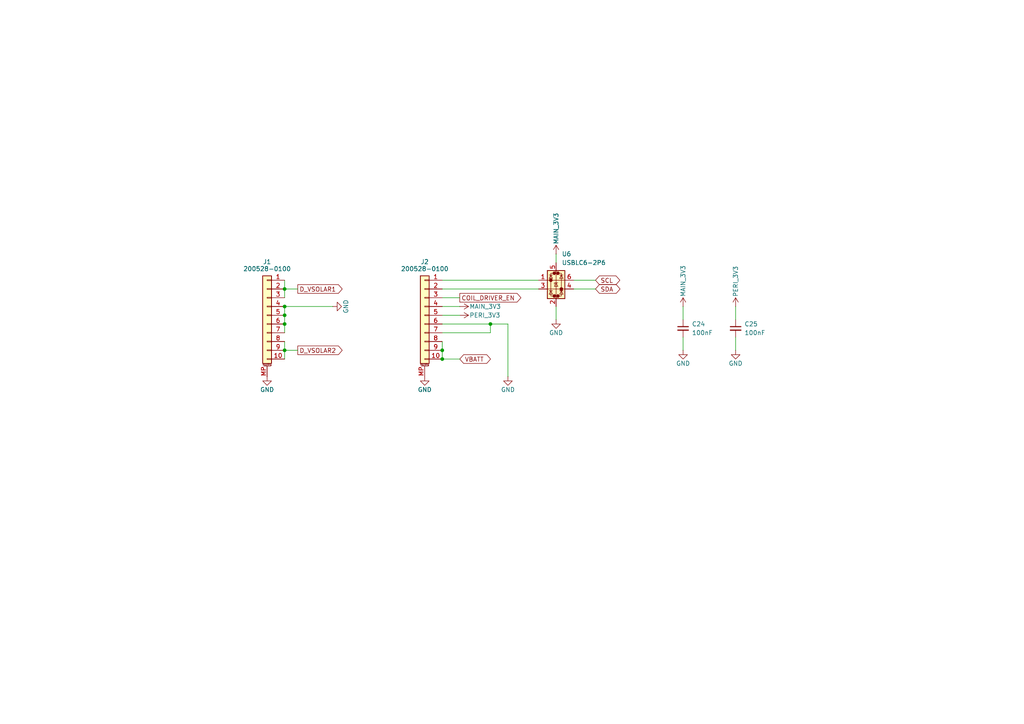
<source format=kicad_sch>
(kicad_sch (version 20231120) (generator "eeschema") (generator_version "8.0")
  (paper "A4")
  (lib_symbols
    (symbol "Connector_Generic_MountingPin:Conn_01x10_MountingPin" (pin_names (offset 1.016) hide)
      (property "Reference" "J" (at 0 12.7 0))
      (property "Value" "Conn_01x10_MountingPin" (at 1.27 -15.24 0))
      (symbol "Conn_01x10_MountingPin_1_1"
        (rectangle (start -1.27 -12.573) (end 0 -12.827) (stroke (width 0.1524)))
        (rectangle (start -1.27 -10.033) (end 0 -10.287) (stroke (width 0.1524)))
        (rectangle (start -1.27 -7.493) (end 0 -7.747) (stroke (width 0.1524)))
        (rectangle (start -1.27 -4.953) (end 0 -5.207) (stroke (width 0.1524)))
        (rectangle (start -1.27 -2.413) (end 0 -2.667) (stroke (width 0.1524)))
        (rectangle (start -1.27 0.127) (end 0 -0.127) (stroke (width 0.1524)))
        (rectangle (start -1.27 2.667) (end 0 2.413) (stroke (width 0.1524)))
        (rectangle (start -1.27 5.207) (end 0 4.953) (stroke (width 0.1524)))
        (rectangle (start -1.27 7.747) (end 0 7.493) (stroke (width 0.1524)))
        (rectangle (start -1.27 10.287) (end 0 10.033) (stroke (width 0.1524)))
        (rectangle (start -1.27 11.43) (end 1.27 -13.97) (stroke (width 0.254)) (fill (type background)))
        (polyline (pts (xy -1.016 -14.732) (xy 1.016 -14.732)) (stroke (width 0.1524)))
        (text "Mounting" (at 0 -14.351 0) (effects (font (size 0.381 0.381))))
        (pin passive line (at -5.08 10.16 0) (length 3.81) (name "Pin_1") (number "1"))
        (pin passive line (at -5.08 -12.7 0) (length 3.81) (name "Pin_10") (number "10"))
        (pin passive line (at -5.08 7.62 0) (length 3.81) (name "Pin_2") (number "2"))
        (pin passive line (at -5.08 5.08 0) (length 3.81) (name "Pin_3") (number "3"))
        (pin passive line (at -5.08 2.54 0) (length 3.81) (name "Pin_4") (number "4"))
        (pin passive line (at -5.08 0 0) (length 3.81) (name "Pin_5") (number "5"))
        (pin passive line (at -5.08 -2.54 0) (length 3.81) (name "Pin_6") (number "6"))
        (pin passive line (at -5.08 -5.08 0) (length 3.81) (name "Pin_7") (number "7"))
        (pin passive line (at -5.08 -7.62 0) (length 3.81) (name "Pin_8") (number "8"))
        (pin passive line (at -5.08 -10.16 0) (length 3.81) (name "Pin_9") (number "9"))
        (pin passive line (at 0 -17.78 90) (length 3.048) (name "MountPin") (number "MP"))
      )
    )
    (symbol "Device:C_Small" (pin_numbers hide) (pin_names (offset 0.254) hide)
      (property "Reference" "C" (at 0.254 1.778 0))
      (property "Value" "C_Small" (at 0.254 -2.032 0))
      (symbol "C_Small_0_1"
        (polyline (pts (xy -1.524 -0.508) (xy 1.524 -0.508)) (stroke (width 0.3302)))
        (polyline (pts (xy -1.524 0.508) (xy 1.524 0.508)) (stroke (width 0.3048)))
      )
      (symbol "C_Small_1_1"
        (pin passive line (at 0 2.54 270) (length 2.032) (name "~") (number "1"))
        (pin passive line (at 0 -2.54 90) (length 2.032) (name "~") (number "2"))
      )
    )
    (symbol "Power_Protection:USBLC6-2P6" (pin_names hide)
      (property "Reference" "U" (at 0.635 5.715 0))
      (property "Value" "USBLC6-2P6" (at 0.635 3.81 0))
      (symbol "USBLC6-2P6_0_0"
        (circle (center -1.524 0) (radius 0.0001) (stroke (width 0.508)))
        (circle (center -0.508 -4.572) (radius 0.0001) (stroke (width 0.508)))
        (circle (center -0.508 2.032) (radius 0.0001) (stroke (width 0.508)))
        (circle (center 0.508 -4.572) (radius 0.0001) (stroke (width 0.508)))
        (circle (center 0.508 2.032) (radius 0.0001) (stroke (width 0.508)))
        (circle (center 1.524 -2.54) (radius 0.0001) (stroke (width 0.508)))
      )
      (symbol "USBLC6-2P6_0_1"
        (polyline (pts (xy -2.54 -2.54) (xy 2.54 -2.54)))
        (polyline (pts (xy -2.54 0) (xy 2.54 0)))
        (polyline (pts (xy -2.032 -3.048) (xy -1.016 -3.048)))
        (polyline (pts (xy -1.016 1.524) (xy -2.032 1.524)))
        (polyline (pts (xy 1.016 -3.048) (xy 2.032 -3.048)))
        (polyline (pts (xy 1.016 1.524) (xy 2.032 1.524)))
        (polyline (pts (xy -0.508 -1.143) (xy -0.508 -0.762) (xy 0.508 -0.762)))
        (polyline (pts (xy -2.032 0.508) (xy -1.016 0.508) (xy -1.524 1.524) (xy -2.032 0.508)))
        (polyline (pts (xy -1.016 -4.064) (xy -2.032 -4.064) (xy -1.524 -3.048) (xy -1.016 -4.064)))
        (polyline (pts (xy 0.508 -1.778) (xy -0.508 -1.778) (xy 0 -0.762) (xy 0.508 -1.778)))
        (polyline (pts (xy 2.032 -4.064) (xy 1.016 -4.064) (xy 1.524 -3.048) (xy 2.032 -4.064)))
        (polyline (pts (xy 2.032 0.508) (xy 1.016 0.508) (xy 1.524 1.524) (xy 2.032 0.508)))
        (polyline (pts (xy 0 2.54) (xy -0.508 2.032) (xy 0.508 2.032) (xy 0 1.524) (xy 0 -4.064) (xy -0.508 -4.572) (xy 0.508 -4.572) (xy 0 -5.08)))
      )
      (symbol "USBLC6-2P6_1_1"
        (rectangle (start -2.54 2.794) (end 2.54 -5.334) (stroke (width 0.254)) (fill (type background)))
        (polyline (pts (xy -0.508 2.032) (xy -1.524 2.032) (xy -1.524 -4.572) (xy -0.508 -4.572)))
        (polyline (pts (xy 0.508 -4.572) (xy 1.524 -4.572) (xy 1.524 2.032) (xy 0.508 2.032)))
        (pin passive line (at -5.08 0 0) (length 2.54) (name "I/O1") (number "1"))
        (pin passive line (at 0 -7.62 90) (length 2.54) (name "GND") (number "2"))
        (pin passive line (at -5.08 -2.54 0) (length 2.54) (name "I/O2") (number "3"))
        (pin passive line (at 5.08 -2.54 180) (length 2.54) (name "I/O2") (number "4"))
        (pin passive line (at 0 5.08 270) (length 2.54) (name "VBUS") (number "5"))
        (pin passive line (at 5.08 0 180) (length 2.54) (name "I/O1") (number "6"))
      )
    )
    (symbol "power:+3.3V" (power) (pin_numbers hide) (pin_names (offset 0) hide)
      (property "Value" "+3.3V" (at 0 3.556 0))
      (symbol "+3.3V_0_1"
        (polyline (pts (xy -0.762 1.27) (xy 0 2.54)))
        (polyline (pts (xy 0 0) (xy 0 2.54)))
        (polyline (pts (xy 0 2.54) (xy 0.762 1.27)))
      )
      (symbol "+3.3V_1_1"
        (pin power_in line (at 0 0 90) (length 0) (name "~") (number "1"))
      )
    )
    (symbol "power:GND" (power) (pin_numbers hide) (pin_names (offset 0) hide)
      (property "Value" "GND" (at 0 -3.81 0))
      (symbol "GND_0_1"
        (polyline (pts (xy 0 0) (xy 0 -1.27) (xy 1.27 -1.27) (xy 0 -2.54) (xy -1.27 -1.27) (xy 0 -1.27)))
      )
      (symbol "GND_1_1"
        (pin power_in line (at 0 0 270) (length 0) (name "~") (number "1"))
      )
    )
  )
  (junction (at 142.24 93.98))
  (junction (at 82.55 88.9))
  (junction (at 82.55 83.82))
  (junction (at 128.27 104.14))
  (junction (at 82.55 93.98))
  (junction (at 82.55 91.44))
  (junction (at 128.27 101.6))
  (junction (at 82.55 101.6))
  (wire (pts (xy 128.27 104.14) (xy 133.35 104.14)))
  (wire (pts (xy 161.29 73.66) (xy 161.29 76.2)))
  (wire (pts (xy 142.24 96.52) (xy 142.24 93.98)))
  (wire (pts (xy 213.36 97.79) (xy 213.36 101.6)))
  (wire (pts (xy 198.12 97.79) (xy 198.12 101.6)))
  (wire (pts (xy 82.55 101.6) (xy 86.36 101.6)))
  (wire (pts (xy 82.55 93.98) (xy 82.55 96.52)))
  (wire (pts (xy 128.27 99.06) (xy 128.27 101.6)))
  (wire (pts (xy 128.27 101.6) (xy 128.27 104.14)))
  (wire (pts (xy 147.32 93.98) (xy 147.32 109.22)))
  (wire (pts (xy 128.27 93.98) (xy 142.24 93.98)))
  (wire (pts (xy 133.35 88.9) (xy 128.27 88.9)))
  (wire (pts (xy 166.37 81.28) (xy 172.72 81.28)))
  (wire (pts (xy 82.55 101.6) (xy 82.55 99.06)))
  (wire (pts (xy 128.27 83.82) (xy 156.21 83.82)))
  (wire (pts (xy 128.27 96.52) (xy 142.24 96.52)))
  (wire (pts (xy 128.27 81.28) (xy 156.21 81.28)))
  (wire (pts (xy 82.55 88.9) (xy 82.55 91.44)))
  (wire (pts (xy 161.29 88.9) (xy 161.29 92.71)))
  (wire (pts (xy 82.55 88.9) (xy 96.52 88.9)))
  (wire (pts (xy 128.27 86.36) (xy 133.35 86.36)))
  (wire (pts (xy 82.55 83.82) (xy 82.55 81.28)))
  (wire (pts (xy 142.24 93.98) (xy 147.32 93.98)))
  (wire (pts (xy 82.55 83.82) (xy 86.36 83.82)))
  (wire (pts (xy 166.37 83.82) (xy 172.72 83.82)))
  (wire (pts (xy 198.12 88.9) (xy 198.12 92.71)))
  (wire (pts (xy 82.55 91.44) (xy 82.55 93.98)))
  (wire (pts (xy 213.36 88.9) (xy 213.36 92.71)))
  (wire (pts (xy 128.27 91.44) (xy 133.35 91.44)))
  (wire (pts (xy 82.55 101.6) (xy 82.55 104.14)))
  (wire (pts (xy 82.55 83.82) (xy 82.55 86.36)))
  (global_label "D_VSOLAR2" (shape output) (at 86.36 101.6 0) (property "Intersheetrefs" "${INTERSHEET_REFS}" (effects (hide yes))))
  (global_label "COIL_DRIVER_EN" (shape output) (at 133.35 86.36 0) (property "Intersheetrefs" "${INTERSHEET_REFS}" (effects (hide yes))))
  (global_label "SDA" (shape bidirectional) (at 172.72 83.82 0) (property "Intersheetrefs" "${INTERSHEET_REFS}" (effects (hide yes))))
  (global_label "VBATT" (shape bidirectional) (at 133.35 104.14 0) (property "Intersheetrefs" "${INTERSHEET_REFS}" (effects (hide yes))))
  (global_label "D_VSOLAR1" (shape output) (at 86.36 83.82 0) (property "Intersheetrefs" "${INTERSHEET_REFS}" (effects (hide yes))))
  (global_label "SCL" (shape bidirectional) (at 172.72 81.28 0) (property "Intersheetrefs" "${INTERSHEET_REFS}" (effects (hide yes))))
  (symbol (lib_id "power:+3.3V") (at 133.35 88.9 270) (mirror x) (unit 1)
    (property "Reference" "#SUPPLY01" (effects (hide yes)))
    (property "Value" "MAIN_3V3" (at 136.144 88.9 90) (effects (justify left)))
    (property "Description" "Power symbol creates a global label with name \"+3.3V\"" (effects (hide yes)))
  )
  (symbol (lib_id "power:GND") (at 77.47 109.22 0) (unit 1)
    (property "Reference" "#PWR05" (effects (hide yes)))
    (property "Value" "GND" (at 77.47 113.03 0))
    (property "Description" "Power symbol creates a global label with name \"GND\" , ground" (effects (hide yes)))
  )
  (symbol (lib_id "power:GND") (at 123.19 109.22 0) (unit 1)
    (property "Reference" "#PWR011" (effects (hide yes)))
    (property "Value" "GND" (at 123.19 113.03 0))
    (property "Description" "Power symbol creates a global label with name \"GND\" , ground" (effects (hide yes)))
  )
  (symbol (lib_id "Connector_Generic_MountingPin:Conn_01x10_MountingPin") (at 123.19 91.44 0) (mirror y) (unit 1)
    (property "Reference" "J2" (at 123.19 75.946 0))
    (property "Value" "200528-0100" (at 123.19 77.978 0))
    (property "Footprint" "Connector_FFC-FPC:Molex_200528-0100_1x10-1MP_P1.00mm_Horizontal" (effects (hide yes)))
    (property "Description" "Generic connectable mounting pin connector, single row, 01x10, script generated (kicad-library-utils/schlib/autogen/connector/)" (effects (hide yes)))
  )
  (symbol (lib_id "Power_Protection:USBLC6-2P6") (at 161.29 81.28 0) (unit 1)
    (property "Reference" "U6" (at 162.9411 73.66 0) (effects (justify left)))
    (property "Value" "USBLC6-2P6" (at 162.9411 76.2 0) (effects (justify left)))
    (property "Footprint" "Package_TO_SOT_SMD:SOT-666" (effects (hide yes)))
    (property "Datasheet" "https://www.st.com/resource/en/datasheet/usblc6-2.pdf" (effects (hide yes)))
    (property "Description" "Very low capacitance ESD protection diode, 2 data-line, SOT-666" (effects (hide yes)))
  )
  (symbol (lib_id "power:+3.3V") (at 161.29 73.66 0) (mirror y) (unit 1)
    (property "Reference" "#SUPPLY03" (effects (hide yes)))
    (property "Value" "MAIN_3V3" (at 161.29 70.866 90) (effects (justify left)))
    (property "Description" "Power symbol creates a global label with name \"+3.3V\"" (effects (hide yes)))
  )
  (symbol (lib_id "Device:C_Small") (at 213.36 95.25 0) (unit 1)
    (property "Reference" "C25" (at 215.9 93.9862 0) (effects (justify left)))
    (property "Value" "100nF" (at 215.9 96.5262 0) (effects (justify left)))
    (property "Footprint" "Capacitor_SMD:C_0603_1608Metric" (effects (hide yes)))
    (property "Description" "Unpolarized capacitor, small symbol" (effects (hide yes)))
  )
  (symbol (lib_id "Device:C_Small") (at 198.12 95.25 0) (unit 1)
    (property "Reference" "C24" (at 200.66 93.9862 0) (effects (justify left)))
    (property "Value" "100nF" (at 200.66 96.5262 0) (effects (justify left)))
    (property "Footprint" "Capacitor_SMD:C_0603_1608Metric" (effects (hide yes)))
    (property "Description" "Unpolarized capacitor, small symbol" (effects (hide yes)))
  )
  (symbol (lib_id "power:GND") (at 161.29 92.71 0) (mirror y) (unit 1)
    (property "Reference" "#PWR019" (effects (hide yes)))
    (property "Value" "GND" (at 161.29 96.52 0))
    (property "Description" "Power symbol creates a global label with name \"GND\" , ground" (effects (hide yes)))
  )
  (symbol (lib_id "power:GND") (at 213.36 101.6 0) (mirror y) (unit 1)
    (property "Reference" "#PWR023" (effects (hide yes)))
    (property "Value" "GND" (at 213.36 105.41 0))
    (property "Description" "Power symbol creates a global label with name \"GND\" , ground" (effects (hide yes)))
  )
  (symbol (lib_id "power:+3.3V") (at 213.36 88.9 0) (mirror y) (unit 1)
    (property "Reference" "#SUPPLY05" (effects (hide yes)))
    (property "Value" "PERI_3V3" (at 213.36 86.106 90) (effects (justify left)))
    (property "Description" "Power symbol creates a global label with name \"+3.3V\"" (effects (hide yes)))
  )
  (symbol (lib_id "Connector_Generic_MountingPin:Conn_01x10_MountingPin") (at 77.47 91.44 0) (mirror y) (unit 1)
    (property "Reference" "J1" (at 77.47 75.946 0))
    (property "Value" "200528-0100" (at 77.47 77.978 0))
    (property "Footprint" "Connector_FFC-FPC:Molex_200528-0100_1x10-1MP_P1.00mm_Horizontal" (effects (hide yes)))
    (property "Description" "Generic connectable mounting pin connector, single row, 01x10, script generated (kicad-library-utils/schlib/autogen/connector/)" (effects (hide yes)))
  )
  (symbol (lib_id "power:GND") (at 147.32 109.22 0) (mirror y) (unit 1)
    (property "Reference" "#PWR012" (effects (hide yes)))
    (property "Value" "GND" (at 147.32 113.03 0))
    (property "Description" "Power symbol creates a global label with name \"GND\" , ground" (effects (hide yes)))
  )
  (symbol (lib_id "power:+3.3V") (at 198.12 88.9 0) (mirror y) (unit 1)
    (property "Reference" "#SUPPLY04" (effects (hide yes)))
    (property "Value" "MAIN_3V3" (at 198.12 86.106 90) (effects (justify left)))
    (property "Description" "Power symbol creates a global label with name \"+3.3V\"" (effects (hide yes)))
  )
  (symbol (lib_id "power:GND") (at 198.12 101.6 0) (mirror y) (unit 1)
    (property "Reference" "#PWR022" (effects (hide yes)))
    (property "Value" "GND" (at 198.12 105.41 0))
    (property "Description" "Power symbol creates a global label with name \"GND\" , ground" (effects (hide yes)))
  )
  (symbol (lib_id "power:GND") (at 96.52 88.9 90) (unit 1)
    (property "Reference" "#PWR010" (effects (hide yes)))
    (property "Value" "GND" (at 100.33 88.9 0))
    (property "Description" "Power symbol creates a global label with name \"GND\" , ground" (effects (hide yes)))
  )
  (symbol (lib_id "power:+3.3V") (at 133.35 91.44 270) (mirror x) (unit 1)
    (property "Reference" "#SUPPLY02" (effects (hide yes)))
    (property "Value" "PERI_3V3" (at 136.144 91.44 90) (effects (justify left)))
    (property "Description" "Power symbol creates a global label with name \"+3.3V\"" (effects (hide yes)))
  )
)
</source>
